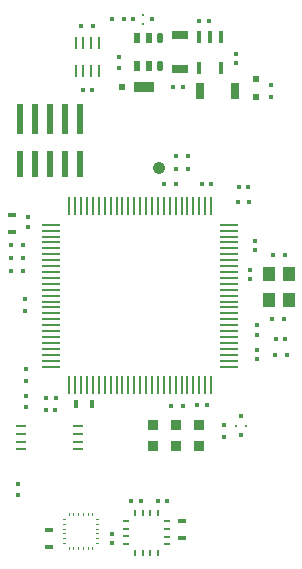
<source format=gbp>
G04 Layer_Color=128*
%FSLAX44Y44*%
%MOMM*%
G71*
G01*
G75*
%ADD35R,0.4064X0.4064*%
%ADD36R,0.4064X0.4064*%
%ADD70R,0.6096X0.6096*%
G04:AMPARAMS|DCode=221|XSize=0.3048mm|YSize=0.4064mm|CornerRadius=0mm|HoleSize=0mm|Usage=FLASHONLY|Rotation=270.010|XOffset=0mm|YOffset=0mm|HoleType=Round|Shape=Rectangle|*
%AMROTATEDRECTD221*
4,1,4,-0.2032,0.1524,0.2032,0.1524,0.2032,-0.1524,-0.2032,-0.1524,-0.2032,0.1524,0.0*
%
%ADD221ROTATEDRECTD221*%

G04:AMPARAMS|DCode=222|XSize=0.3048mm|YSize=0.4064mm|CornerRadius=0mm|HoleSize=0mm|Usage=FLASHONLY|Rotation=0.002|XOffset=0mm|YOffset=0mm|HoleType=Round|Shape=Rectangle|*
%AMROTATEDRECTD222*
4,1,4,-0.1524,-0.2032,-0.1524,0.2032,0.1524,0.2032,0.1524,-0.2032,-0.1524,-0.2032,0.0*
%
%ADD222ROTATEDRECTD222*%

G04:AMPARAMS|DCode=227|XSize=0.3048mm|YSize=0.4064mm|CornerRadius=0.0254mm|HoleSize=0mm|Usage=FLASHONLY|Rotation=180.002|XOffset=0mm|YOffset=0mm|HoleType=Round|Shape=RoundedRectangle|*
%AMROUNDEDRECTD227*
21,1,0.3048,0.3556,0,0,180.0*
21,1,0.2540,0.4064,0,0,180.0*
1,1,0.0508,-0.1270,0.1778*
1,1,0.0508,0.1270,0.1778*
1,1,0.0508,0.1270,-0.1778*
1,1,0.0508,-0.1270,-0.1778*
%
%ADD227ROUNDEDRECTD227*%
G04:AMPARAMS|DCode=230|XSize=0.3048mm|YSize=0.4064mm|CornerRadius=0.0254mm|HoleSize=0mm|Usage=FLASHONLY|Rotation=90.000|XOffset=0mm|YOffset=0mm|HoleType=Round|Shape=RoundedRectangle|*
%AMROUNDEDRECTD230*
21,1,0.3048,0.3556,0,0,90.0*
21,1,0.2540,0.4064,0,0,90.0*
1,1,0.0508,0.1778,0.1270*
1,1,0.0508,0.1778,-0.1270*
1,1,0.0508,-0.1778,-0.1270*
1,1,0.0508,-0.1778,0.1270*
%
%ADD230ROUNDEDRECTD230*%
G04:AMPARAMS|DCode=231|XSize=0.3048mm|YSize=0.4064mm|CornerRadius=0.0254mm|HoleSize=0mm|Usage=FLASHONLY|Rotation=180.000|XOffset=0mm|YOffset=0mm|HoleType=Round|Shape=RoundedRectangle|*
%AMROUNDEDRECTD231*
21,1,0.3048,0.3556,0,0,180.0*
21,1,0.2540,0.4064,0,0,180.0*
1,1,0.0508,-0.1270,0.1778*
1,1,0.0508,0.1270,0.1778*
1,1,0.0508,0.1270,-0.1778*
1,1,0.0508,-0.1270,-0.1778*
%
%ADD231ROUNDEDRECTD231*%
G04:AMPARAMS|DCode=248|XSize=1.0668mm|YSize=1.0668mm|CornerRadius=0.5334mm|HoleSize=0mm|Usage=FLASHONLY|Rotation=90.000|XOffset=0mm|YOffset=0mm|HoleType=Round|Shape=RoundedRectangle|*
%AMROUNDEDRECTD248*
21,1,1.0668,0.0000,0,0,90.0*
21,1,0.0000,1.0668,0,0,90.0*
1,1,1.0668,0.0000,0.0000*
1,1,1.0668,0.0000,0.0000*
1,1,1.0668,0.0000,0.0000*
1,1,1.0668,0.0000,0.0000*
%
%ADD248ROUNDEDRECTD248*%
%ADD277R,0.5334X2.5908*%
%ADD278R,0.5334X2.2968*%
G04:AMPARAMS|DCode=279|XSize=0.3556mm|YSize=1.016mm|CornerRadius=0mm|HoleSize=0mm|Usage=FLASHONLY|Rotation=359.998|XOffset=0mm|YOffset=0mm|HoleType=Round|Shape=Rectangle|*
%AMROTATEDRECTD279*
4,1,4,-0.1778,-0.5080,-0.1778,0.5080,0.1778,0.5080,0.1778,-0.5080,-0.1778,-0.5080,0.0*
%
%ADD279ROTATEDRECTD279*%

G04:AMPARAMS|DCode=280|XSize=0.3556mm|YSize=1.016mm|CornerRadius=0.0381mm|HoleSize=0mm|Usage=FLASHONLY|Rotation=359.998|XOffset=0mm|YOffset=0mm|HoleType=Round|Shape=RoundedRectangle|*
%AMROUNDEDRECTD280*
21,1,0.3556,0.9398,0,0,360.0*
21,1,0.2794,1.0160,0,0,360.0*
1,1,0.0762,0.1397,-0.4699*
1,1,0.0762,-0.1397,-0.4699*
1,1,0.0762,-0.1397,0.4699*
1,1,0.0762,0.1397,0.4699*
%
%ADD280ROUNDEDRECTD280*%
G04:AMPARAMS|DCode=281|XSize=0.4064mm|YSize=0.7112mm|CornerRadius=0.0508mm|HoleSize=0mm|Usage=FLASHONLY|Rotation=0.000|XOffset=0mm|YOffset=0mm|HoleType=Round|Shape=RoundedRectangle|*
%AMROUNDEDRECTD281*
21,1,0.4064,0.6096,0,0,0.0*
21,1,0.3048,0.7112,0,0,0.0*
1,1,0.1016,0.1524,-0.3048*
1,1,0.1016,-0.1524,-0.3048*
1,1,0.1016,-0.1524,0.3048*
1,1,0.1016,0.1524,0.3048*
%
%ADD281ROUNDEDRECTD281*%
G04:AMPARAMS|DCode=282|XSize=0.4064mm|YSize=0.7112mm|CornerRadius=0.0508mm|HoleSize=0mm|Usage=FLASHONLY|Rotation=90.000|XOffset=0mm|YOffset=0mm|HoleType=Round|Shape=RoundedRectangle|*
%AMROUNDEDRECTD282*
21,1,0.4064,0.6096,0,0,90.0*
21,1,0.3048,0.7112,0,0,90.0*
1,1,0.1016,0.3048,0.1524*
1,1,0.1016,0.3048,-0.1524*
1,1,0.1016,-0.3048,-0.1524*
1,1,0.1016,-0.3048,0.1524*
%
%ADD282ROUNDEDRECTD282*%
%ADD283R,0.3048X0.4064*%
G04:AMPARAMS|DCode=284|XSize=0.508mm|YSize=0.8128mm|CornerRadius=0mm|HoleSize=0mm|Usage=FLASHONLY|Rotation=359.990|XOffset=0mm|YOffset=0mm|HoleType=Round|Shape=Rectangle|*
%AMROTATEDRECTD284*
4,1,4,-0.2541,-0.4064,-0.2539,0.4064,0.2541,0.4064,0.2539,-0.4064,-0.2541,-0.4064,0.0*
%
%ADD284ROTATEDRECTD284*%

G04:AMPARAMS|DCode=285|XSize=0.508mm|YSize=0.8128mm|CornerRadius=0.0762mm|HoleSize=0mm|Usage=FLASHONLY|Rotation=359.990|XOffset=0mm|YOffset=0mm|HoleType=Round|Shape=RoundedRectangle|*
%AMROUNDEDRECTD285*
21,1,0.5080,0.6604,0,0,360.0*
21,1,0.3556,0.8128,0,0,360.0*
1,1,0.1524,0.1777,-0.3302*
1,1,0.1524,-0.1779,-0.3302*
1,1,0.1524,-0.1777,0.3302*
1,1,0.1524,0.1779,0.3302*
%
%ADD285ROUNDEDRECTD285*%
G04:AMPARAMS|DCode=286|XSize=0.4572mm|YSize=0.1016mm|CornerRadius=0mm|HoleSize=0mm|Usage=FLASHONLY|Rotation=179.998|XOffset=0mm|YOffset=0mm|HoleType=Round|Shape=Rectangle|*
%AMROTATEDRECTD286*
4,1,4,0.2286,0.0508,0.2286,-0.0508,-0.2286,-0.0508,-0.2286,0.0508,0.2286,0.0508,0.0*
%
%ADD286ROTATEDRECTD286*%

G04:AMPARAMS|DCode=287|XSize=0.4572mm|YSize=0.1016mm|CornerRadius=0mm|HoleSize=0mm|Usage=FLASHONLY|Rotation=89.998|XOffset=0mm|YOffset=0mm|HoleType=Round|Shape=Rectangle|*
%AMROTATEDRECTD287*
4,1,4,0.0508,-0.2286,-0.0508,-0.2286,-0.0508,0.2286,0.0508,0.2286,0.0508,-0.2286,0.0*
%
%ADD287ROTATEDRECTD287*%

G04:AMPARAMS|DCode=288|XSize=0.3048mm|YSize=0.4064mm|CornerRadius=0mm|HoleSize=0mm|Usage=FLASHONLY|Rotation=269.990|XOffset=0mm|YOffset=0mm|HoleType=Round|Shape=Rectangle|*
%AMROTATEDRECTD288*
4,1,4,-0.2032,0.1524,0.2032,0.1524,0.2032,-0.1524,-0.2032,-0.1524,-0.2032,0.1524,0.0*
%
%ADD288ROTATEDRECTD288*%

%ADD289R,0.8382X0.2032*%
%ADD290R,0.4064X0.3048*%
%ADD291R,1.8034X0.9144*%
%ADD292R,1.0160X1.2192*%
%ADD293R,0.2032X0.2032*%
%ADD294R,0.2286X1.1176*%
%ADD295O,1.5968X0.0968*%
%ADD296O,0.0968X1.5968*%
%ADD297R,1.3970X0.7112*%
%ADD298R,0.7112X1.3970*%
G04:AMPARAMS|DCode=299|XSize=0.254mm|YSize=0.0254mm|CornerRadius=0mm|HoleSize=0mm|Usage=FLASHONLY|Rotation=270.000|XOffset=0mm|YOffset=0mm|HoleType=Round|Shape=RoundedRectangle|*
%AMROUNDEDRECTD299*
21,1,0.2540,0.0254,0,0,270.0*
21,1,0.2540,0.0254,0,0,270.0*
1,1,0.0000,-0.0127,-0.1270*
1,1,0.0000,-0.0127,0.1270*
1,1,0.0000,0.0127,0.1270*
1,1,0.0000,0.0127,-0.1270*
%
%ADD299ROUNDEDRECTD299*%
G04:AMPARAMS|DCode=300|XSize=0.254mm|YSize=0.0254mm|CornerRadius=0mm|HoleSize=0mm|Usage=FLASHONLY|Rotation=180.000|XOffset=0mm|YOffset=0mm|HoleType=Round|Shape=RoundedRectangle|*
%AMROUNDEDRECTD300*
21,1,0.2540,0.0254,0,0,180.0*
21,1,0.2540,0.0254,0,0,180.0*
1,1,0.0000,-0.1270,0.0127*
1,1,0.0000,0.1270,0.0127*
1,1,0.0000,0.1270,-0.0127*
1,1,0.0000,-0.1270,-0.0127*
%
%ADD300ROUNDEDRECTD300*%
%ADD301R,0.8128X0.9144*%
%ADD302R,0.2032X0.2032*%
G04:AMPARAMS|DCode=303|XSize=0.3048mm|YSize=0.4064mm|CornerRadius=0.0254mm|HoleSize=0mm|Usage=FLASHONLY|Rotation=89.990|XOffset=0mm|YOffset=0mm|HoleType=Round|Shape=RoundedRectangle|*
%AMROUNDEDRECTD303*
21,1,0.3048,0.3556,0,0,90.0*
21,1,0.2540,0.4064,0,0,90.0*
1,1,0.0508,0.1778,0.1270*
1,1,0.0508,0.1778,-0.1270*
1,1,0.0508,-0.1778,-0.1270*
1,1,0.0508,-0.1778,0.1270*
%
%ADD303ROUNDEDRECTD303*%
G04:AMPARAMS|DCode=304|XSize=0.3048mm|YSize=0.4064mm|CornerRadius=0.0254mm|HoleSize=0mm|Usage=FLASHONLY|Rotation=89.982|XOffset=0mm|YOffset=0mm|HoleType=Round|Shape=RoundedRectangle|*
%AMROUNDEDRECTD304*
21,1,0.3048,0.3556,0,0,90.0*
21,1,0.2540,0.4064,0,0,90.0*
1,1,0.0508,0.1778,0.1269*
1,1,0.0508,0.1778,-0.1271*
1,1,0.0508,-0.1778,-0.1269*
1,1,0.0508,-0.1778,0.1271*
%
%ADD304ROUNDEDRECTD304*%
G04:AMPARAMS|DCode=305|XSize=0.3048mm|YSize=0.4064mm|CornerRadius=0.0254mm|HoleSize=0mm|Usage=FLASHONLY|Rotation=179.990|XOffset=0mm|YOffset=0mm|HoleType=Round|Shape=RoundedRectangle|*
%AMROUNDEDRECTD305*
21,1,0.3048,0.3556,0,0,180.0*
21,1,0.2540,0.4064,0,0,180.0*
1,1,0.0508,-0.1270,0.1778*
1,1,0.0508,0.1270,0.1778*
1,1,0.0508,0.1270,-0.1778*
1,1,0.0508,-0.1270,-0.1778*
%
%ADD305ROUNDEDRECTD305*%
G04:AMPARAMS|DCode=306|XSize=0.3048mm|YSize=0.4064mm|CornerRadius=0.0254mm|HoleSize=0mm|Usage=FLASHONLY|Rotation=179.998|XOffset=0mm|YOffset=0mm|HoleType=Round|Shape=RoundedRectangle|*
%AMROUNDEDRECTD306*
21,1,0.3048,0.3556,0,0,180.0*
21,1,0.2540,0.4064,0,0,180.0*
1,1,0.0508,-0.1270,0.1778*
1,1,0.0508,0.1270,0.1778*
1,1,0.0508,0.1270,-0.1778*
1,1,0.0508,-0.1270,-0.1778*
%
%ADD306ROUNDEDRECTD306*%
D35*
X2673096Y514730D02*
D03*
X2673096Y498602D02*
D03*
D36*
X2597530Y850900D02*
D03*
X2581402Y850900D02*
D03*
D70*
X2685796Y785114D02*
D03*
X2685796Y800234D02*
D03*
X2571750Y793242D02*
D03*
D221*
X2569971Y809324D02*
D03*
X2569973Y819404D02*
D03*
X2490724Y532384D02*
D03*
Y522304D02*
D03*
Y554990D02*
D03*
Y544910D02*
D03*
X2658110Y507238D02*
D03*
X2658110Y497158D02*
D03*
X2489962Y604092D02*
D03*
Y614172D02*
D03*
D222*
X2709592Y596918D02*
D03*
X2699512Y596918D02*
D03*
X2710354Y651782D02*
D03*
X2700274Y651782D02*
D03*
X2679978Y696468D02*
D03*
X2669898Y696470D02*
D03*
X2563368Y851154D02*
D03*
X2573448D02*
D03*
X2547286Y845312D02*
D03*
X2537206D02*
D03*
X2711624Y566928D02*
D03*
X2701544D02*
D03*
X2628312Y723900D02*
D03*
X2618232D02*
D03*
X2628143Y735478D02*
D03*
X2618063D02*
D03*
D227*
X2547048Y791210D02*
D03*
X2539048D02*
D03*
X2635822Y524256D02*
D03*
X2643822D02*
D03*
X2602294Y443230D02*
D03*
X2610294Y443230D02*
D03*
D230*
X2563876Y415480D02*
D03*
Y407480D02*
D03*
X2684781Y663384D02*
D03*
X2684779Y655384D02*
D03*
X2686304Y591820D02*
D03*
Y583820D02*
D03*
X2686558Y563182D02*
D03*
Y571182D02*
D03*
X2492756Y683196D02*
D03*
Y675196D02*
D03*
D231*
X2647632Y711708D02*
D03*
X2639632D02*
D03*
X2679128Y708660D02*
D03*
X2671128D02*
D03*
X2623502Y793242D02*
D03*
X2615502D02*
D03*
X2515552Y520192D02*
D03*
X2507552D02*
D03*
X2515806Y530352D02*
D03*
X2507806D02*
D03*
X2645600Y849630D02*
D03*
X2637600D02*
D03*
D248*
X2603754Y724662D02*
D03*
D277*
X2485644Y766826D02*
D03*
X2498344D02*
D03*
X2511044D02*
D03*
X2523744D02*
D03*
X2536444D02*
D03*
D278*
X2485644Y728182D02*
D03*
X2498344D02*
D03*
X2511044D02*
D03*
X2523744D02*
D03*
X2536444D02*
D03*
D279*
X2636927Y835961D02*
D03*
X2646426Y835961D02*
D03*
X2656078Y835961D02*
D03*
X2656078Y809752D02*
D03*
D280*
X2636925Y809752D02*
D03*
D281*
X2546746Y525272D02*
D03*
X2532746D02*
D03*
D282*
X2478786Y684926D02*
D03*
Y670926D02*
D03*
X2622804Y411846D02*
D03*
Y425846D02*
D03*
X2510028Y418226D02*
D03*
Y404226D02*
D03*
D283*
X2487930Y638048D02*
D03*
X2477850Y638048D02*
D03*
X2487930Y659638D02*
D03*
X2477850Y659638D02*
D03*
X2487930Y648716D02*
D03*
X2477850Y648716D02*
D03*
X2613486Y523748D02*
D03*
X2623566D02*
D03*
X2607644Y711708D02*
D03*
X2617724D02*
D03*
D284*
X2585112Y835470D02*
D03*
X2594612Y835468D02*
D03*
X2594608Y811276D02*
D03*
X2585108Y811278D02*
D03*
D285*
X2604264Y835466D02*
D03*
X2604260Y811274D02*
D03*
D286*
X2609832Y426055D02*
D03*
X2609832Y419555D02*
D03*
X2609832Y413055D02*
D03*
X2609832Y406555D02*
D03*
X2575832Y406557D02*
D03*
X2575832Y413057D02*
D03*
X2575832Y419557D02*
D03*
X2575832Y426057D02*
D03*
D287*
X2602581Y399306D02*
D03*
X2596082Y399306D02*
D03*
X2589581Y399306D02*
D03*
X2583081Y399306D02*
D03*
X2583083Y433306D02*
D03*
X2589583Y433306D02*
D03*
X2596082Y433306D02*
D03*
X2602583Y433306D02*
D03*
D288*
X2697987Y785114D02*
D03*
X2697989Y795194D02*
D03*
D289*
X2486536Y486820D02*
D03*
Y493320D02*
D03*
X2486536Y499872D02*
D03*
Y506476D02*
D03*
X2534666Y506476D02*
D03*
X2534666Y499872D02*
D03*
X2534666Y493320D02*
D03*
X2534666Y486820D02*
D03*
D290*
X2484120Y457882D02*
D03*
Y447802D02*
D03*
D291*
X2590854Y793242D02*
D03*
D292*
X2713736Y613350D02*
D03*
X2713736Y635526D02*
D03*
X2696600Y613350D02*
D03*
X2696600Y635526D02*
D03*
D293*
X2677096Y506730D02*
D03*
X2669032Y506730D02*
D03*
D294*
X2552544Y806892D02*
D03*
X2546044D02*
D03*
X2539492D02*
D03*
X2532888D02*
D03*
Y830580D02*
D03*
X2539492D02*
D03*
X2546044D02*
D03*
X2552544D02*
D03*
D295*
X2662998Y676984D02*
D03*
Y671984D02*
D03*
X2662998Y666984D02*
D03*
X2662998Y661984D02*
D03*
X2662998Y656984D02*
D03*
X2662998Y651984D02*
D03*
X2662998Y646984D02*
D03*
X2662998Y641984D02*
D03*
X2662998Y636984D02*
D03*
X2662998Y631984D02*
D03*
X2662998Y626984D02*
D03*
X2662998Y621984D02*
D03*
X2662998Y616984D02*
D03*
X2662998Y611984D02*
D03*
X2662998Y606984D02*
D03*
X2662998Y601984D02*
D03*
X2662998Y596984D02*
D03*
X2662998Y591984D02*
D03*
X2662998Y586984D02*
D03*
X2662998Y581984D02*
D03*
X2662998Y576984D02*
D03*
X2662998Y571984D02*
D03*
X2662998Y566984D02*
D03*
X2662998Y561984D02*
D03*
X2662998Y556984D02*
D03*
X2511998Y556984D02*
D03*
Y561984D02*
D03*
X2511998Y566984D02*
D03*
X2511998Y571984D02*
D03*
X2511998Y576984D02*
D03*
X2511998Y581984D02*
D03*
X2511998Y586984D02*
D03*
X2511998Y591984D02*
D03*
X2511998Y596984D02*
D03*
X2511998Y601984D02*
D03*
X2511998Y606984D02*
D03*
X2511998Y611984D02*
D03*
X2511998Y616984D02*
D03*
X2511998Y621984D02*
D03*
X2511998Y626984D02*
D03*
X2511998Y631984D02*
D03*
X2511998Y636984D02*
D03*
X2511998Y641984D02*
D03*
X2511998Y646984D02*
D03*
X2511997Y661984D02*
D03*
X2511998Y666984D02*
D03*
Y671984D02*
D03*
X2511998Y676984D02*
D03*
X2511998Y656984D02*
D03*
X2511998Y651984D02*
D03*
D296*
X2647498Y541484D02*
D03*
X2642498D02*
D03*
X2637498Y541484D02*
D03*
X2632498Y541484D02*
D03*
X2627498Y541484D02*
D03*
X2622498Y541484D02*
D03*
X2617498Y541484D02*
D03*
X2612498Y541484D02*
D03*
X2607498Y541484D02*
D03*
X2602498Y541484D02*
D03*
X2597498Y541484D02*
D03*
X2592498Y541484D02*
D03*
X2587498Y541484D02*
D03*
X2582498Y541484D02*
D03*
X2577498Y541484D02*
D03*
X2572498D02*
D03*
X2567498Y541484D02*
D03*
X2562498Y541484D02*
D03*
X2557498Y541484D02*
D03*
X2552498Y541484D02*
D03*
X2547498Y541484D02*
D03*
X2542498Y541484D02*
D03*
X2537498Y541484D02*
D03*
X2532498D02*
D03*
X2527498Y541484D02*
D03*
X2527498Y692484D02*
D03*
X2532498D02*
D03*
X2537498Y692484D02*
D03*
X2542498Y692484D02*
D03*
X2547498Y692484D02*
D03*
X2552498Y692484D02*
D03*
X2557498Y692484D02*
D03*
X2562498Y692484D02*
D03*
X2567498Y692484D02*
D03*
X2572498Y692484D02*
D03*
X2577498Y692484D02*
D03*
X2582498Y692484D02*
D03*
X2587498Y692484D02*
D03*
X2592498Y692484D02*
D03*
X2597498Y692484D02*
D03*
X2602498Y692484D02*
D03*
X2607498Y692484D02*
D03*
X2612498Y692484D02*
D03*
X2617498Y692484D02*
D03*
X2622498Y692484D02*
D03*
X2627498Y692484D02*
D03*
X2632498Y692484D02*
D03*
X2637498Y692484D02*
D03*
X2642498D02*
D03*
X2647498Y692484D02*
D03*
D297*
X2621534Y837946D02*
D03*
Y808714D02*
D03*
D298*
X2667508Y790448D02*
D03*
X2638276D02*
D03*
D299*
X2547968Y431038D02*
D03*
X2543968D02*
D03*
X2539968D02*
D03*
X2535936D02*
D03*
X2531872D02*
D03*
X2527808D02*
D03*
Y402814D02*
D03*
X2531872D02*
D03*
X2535936D02*
D03*
X2539968D02*
D03*
X2543968D02*
D03*
X2547968D02*
D03*
D300*
X2523744Y426974D02*
D03*
Y422910D02*
D03*
Y418846D02*
D03*
Y414814D02*
D03*
Y410814D02*
D03*
Y406814D02*
D03*
X2551968D02*
D03*
Y410814D02*
D03*
Y414814D02*
D03*
Y418846D02*
D03*
Y422910D02*
D03*
Y426974D02*
D03*
D301*
X2637028Y507238D02*
D03*
X2637028Y490102D02*
D03*
X2617724Y507238D02*
D03*
X2617724Y490102D02*
D03*
X2598420Y507238D02*
D03*
X2598420Y490102D02*
D03*
D302*
X2589530Y846900D02*
D03*
Y854964D02*
D03*
D303*
X2669031Y813626D02*
D03*
X2669033Y821626D02*
D03*
D304*
X2680461Y630746D02*
D03*
X2680463Y638746D02*
D03*
D305*
X2710116Y580643D02*
D03*
X2702116Y580645D02*
D03*
D306*
X2587942Y443230D02*
D03*
X2579942Y443230D02*
D03*
M02*

</source>
